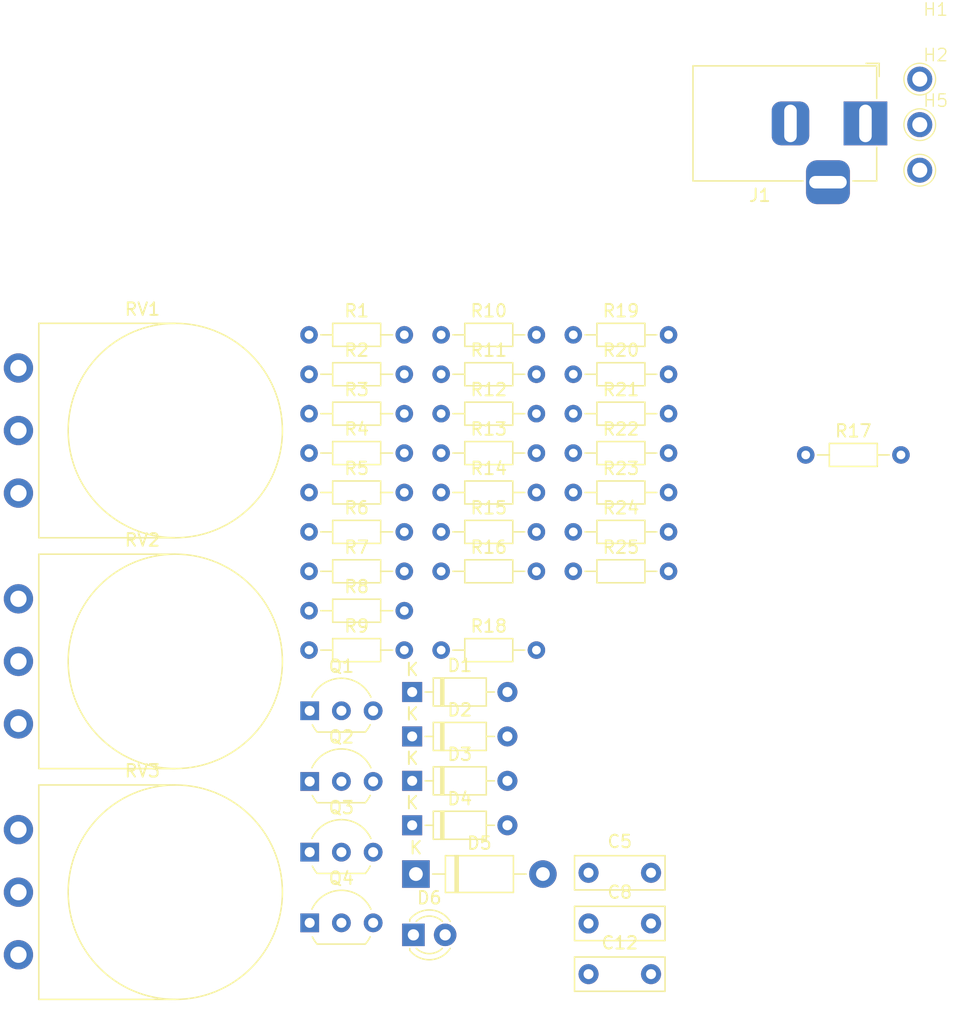
<source format=kicad_pcb>
(kicad_pcb (version 20240108) (generator "pcbnew") (generator_version "8.0")
  (layers (0 "F.Cu" signal) (31 "B.Cu" signal) (34 "B.Paste" user) (35 "F.Paste" user) (36 "B.SilkS" user "B.Silkscreen") (37 "F.SilkS" user "F.Silkscreen") (38 "B.Mask" user) (39 "F.Mask" user) (44 "Edge.Cuts" user))
  (net 0 "")
  (net 1 "Net-(D1-K)")
  (net 2 "Net-(Q2-C)")
  (net 3 "Net-(D3-K)")
  (net 4 "A")
  (net 5 "Net-(C12-Pad1)")
  (net 6 "Net-(Q4-B)")
  (net 7 "Net-(D1-A)")
  (net 8 "Net-(D3-A)")
  (net 9 "GND")
  (net 10 "+9v")
  (net 11 "Net-(D6-K)")
  (net 12 "Net-(D6-A)")
  (net 13 "Net-(Q1-C)")
  (net 14 "Net-(Q1-E)")
  (net 15 "Net-(Q1-B)")
  (net 16 "Net-(Q2-E)")
  (net 17 "Net-(Q3-E)")
  (net 18 "Net-(Q4-E)")
  (net 19 "Net-(Q4-C)")
  (net 20 "Net-(C15-Pad2)")
  (net 21 "Net-(H1-Pad1)")
  (net 22 "Net-(R6-Pad2)")
  (net 23 "Net-(C4-Pad1)")
  (net 24 "Net-(C7-Pad2)")
  (net 25 "Net-(C11-Pad2)")
  (net 26 "Net-(C10-Pad2)")
  (net 27 "Net-(C14-Pad1)")
  (net 28 "Net-(C4-Pad2)")
  (net 29 "Net-(C3-Pad2)")
  (net 30 "Net-(C13-Pad2)")
  (net 31 "Net-(H2-Pad1)")
  (footprint "Resistor_THT:R_Axial_DIN0204_L3.6mm_D1.6mm_P7.62mm_Horizontal" (layer "F.Cu") (at 105.21 44.05)
    (property "Reference" "R11" (at 3.81 -1.92 0) (layer "F.SilkS"))
    (property "Value" "100")
    (fp_line (start 0.94 0) (end 1.89 0) (stroke (width 0.12)) (layer "F.SilkS"))
    (fp_line (start 1.89 -0.92) (end 1.89 0.92) (stroke (width 0.12)) (layer "F.SilkS"))
    (fp_line (start 1.89 0.92) (end 5.73 0.92) (stroke (width 0.12)) (layer "F.SilkS"))
    (fp_line (start 5.73 -0.92) (end 1.89 -0.92) (stroke (width 0.12)) (layer "F.SilkS"))
    (fp_line (start 5.73 0.92) (end 5.73 -0.92) (stroke (width 0.12)) (layer "F.SilkS"))
    (fp_line (start 6.68 0) (end 5.73 0) (stroke (width 0.12)) (layer "F.SilkS"))
    (pad "1" thru_hole circle (at 0 0) (size 1.4 1.4) (drill 0.7) (layers "*.Cu" "*.Mask") (net 16 "Net-(Q2-E)"))
    (pad "2" thru_hole oval (at 7.62 0) (size 1.4 1.4) (drill 0.7) (layers "*.Cu" "*.Mask") (net 9 "GND"))
  )
  (footprint "Resistor_THT:R_Axial_DIN0204_L3.6mm_D1.6mm_P7.62mm_Horizontal" (layer "F.Cu") (at 115.78 44.05)
    (property "Reference" "R20" (at 3.81 -1.92 0) (layer "F.SilkS"))
    (property "Value" "390k")
    (fp_line (start 0.94 0) (end 1.89 0) (stroke (width 0.12)) (layer "F.SilkS"))
    (fp_line (start 1.89 -0.92) (end 1.89 0.92) (stroke (width 0.12)) (layer "F.SilkS"))
    (fp_line (start 1.89 0.92) (end 5.73 0.92) (stroke (width 0.12)) (layer "F.SilkS"))
    (fp_line (start 5.73 -0.92) (end 1.89 -0.92) (stroke (width 0.12)) (layer "F.SilkS"))
    (fp_line (start 5.73 0.92) (end 5.73 -0.92) (stroke (width 0.12)) (layer "F.SilkS"))
    (fp_line (start 6.68 0) (end 5.73 0) (stroke (width 0.12)) (layer "F.SilkS"))
    (pad "1" thru_hole circle (at 0 0) (size 1.4 1.4) (drill 0.7) (layers "*.Cu" "*.Mask") (net 6 "Net-(Q4-B)"))
    (pad "2" thru_hole oval (at 7.62 0) (size 1.4 1.4) (drill 0.7) (layers "*.Cu" "*.Mask") (net 10 "+9v"))
  )
  (footprint "Resistor_THT:R_Axial_DIN0204_L3.6mm_D1.6mm_P7.62mm_Horizontal" (layer "F.Cu") (at 105.21 59.8)
    (property "Reference" "R16" (at 3.81 -1.92 0) (layer "F.SilkS"))
    (property "Value" "100")
    (fp_line (start 0.94 0) (end 1.89 0) (stroke (width 0.12)) (layer "F.SilkS"))
    (fp_line (start 1.89 -0.92) (end 1.89 0.92) (stroke (width 0.12)) (layer "F.SilkS"))
    (fp_line (start 1.89 0.92) (end 5.73 0.92) (stroke (width 0.12)) (layer "F.SilkS"))
    (fp_line (start 5.73 -0.92) (end 1.89 -0.92) (stroke (width 0.12)) (layer "F.SilkS"))
    (fp_line (start 5.73 0.92) (end 5.73 -0.92) (stroke (width 0.12)) (layer "F.SilkS"))
    (fp_line (start 6.68 0) (end 5.73 0) (stroke (width 0.12)) (layer "F.SilkS"))
    (pad "1" thru_hole circle (at 0 0) (size 1.4 1.4) (drill 0.7) (layers "*.Cu" "*.Mask") (net 17 "Net-(Q3-E)"))
    (pad "2" thru_hole oval (at 7.62 0) (size 1.4 1.4) (drill 0.7) (layers "*.Cu" "*.Mask") (net 9 "GND"))
  )
  (footprint "MountingHole 2:MountingHole-1.2mm" (layer "F.Cu") (at 143.5 27.74)
    (property "Reference" "H5" (at 1.27 -5.564 0) (layer "F.SilkS") (effects (font (thickness 0.1))))
    (property "Value" "SW")
    (fp_circle (center 0 0) (end 0 -1.27) (stroke (width 0.1)) (fill none) (layer "F.SilkS"))
    (pad "1" thru_hole circle (at 0 0) (size 2 2) (drill 1.2) (layers "*.Cu" "*.Mask") (net 11 "Net-(D6-K)"))
  )
  (footprint "Connector_BarrelJack:BarrelJack_Horizontal" (layer "F.Cu") (at 139.155 24)
    (property "Reference" "J1" (at -8.45 5.75 0) (layer "F.SilkS"))
    (property "Value" "Barrel_Jack_MountingPin")
    (fp_line (start -13.8 -4.6) (end 0.9 -4.6) (stroke (width 0.12)) (layer "F.SilkS"))
    (fp_line (start -13.8 4.6) (end -13.8 -4.6) (stroke (width 0.12)) (layer "F.SilkS"))
    (fp_line (start -5 4.6) (end -13.8 4.6) (stroke (width 0.12)) (layer "F.SilkS"))
    (fp_line (start 0.05 -4.8) (end 1.1 -4.8) (stroke (width 0.12)) (layer "F.SilkS"))
    (fp_line (start 0.9 -4.6) (end 0.9 -2) (stroke (width 0.12)) (layer "F.SilkS"))
    (fp_line (start 0.9 1.9) (end 0.9 4.6) (stroke (width 0.12)) (layer "F.SilkS"))
    (fp_line (start 0.9 4.6) (end -1 4.6) (stroke (width 0.12)) (layer "F.SilkS"))
    (fp_line (start 1.1 -3.75) (end 1.1 -4.8) (stroke (width 0.12)) (layer "F.SilkS"))
    (pad "1" thru_hole rect (at 0 0) (size 3.5 3.5) (drill oval 1 3) (layers "*.Cu" "*.Mask") (net 10 "+9v"))
    (pad "2" thru_hole roundrect (at -6 0) (size 3 3.5) (drill oval 1 3) (layers "*.Cu" "*.Mask") (net 9 "GND"))
    (pad "3" thru_hole roundrect (at -3 4.7) (size 3.5 3.5) (drill oval 3 1) (layers "*.Cu" "*.Mask"))
  )
  (footprint "Resistor_THT:R_Axial_DIN0204_L3.6mm_D1.6mm_P7.62mm_Horizontal" (layer "F.Cu") (at 94.64 62.95)
    (property "Reference" "R8" (at 3.81 -1.92 0) (layer "F.SilkS"))
    (property "Value" "100k")
    (fp_line (start 0.94 0) (end 1.89 0) (stroke (width 0.12)) (layer "F.SilkS"))
    (fp_line (start 1.89 -0.92) (end 1.89 0.92) (stroke (width 0.12)) (layer "F.SilkS"))
    (fp_line (start 1.89 0.92) (end 5.73 0.92) (stroke (width 0.12)) (layer "F.SilkS"))
    (fp_line (start 5.73 -0.92) (end 1.89 -0.92) (stroke (width 0.12)) (layer "F.SilkS"))
    (fp_line (start 5.73 0.92) (end 5.73 -0.92) (stroke (width 0.12)) (layer "F.SilkS"))
    (fp_line (start 6.68 0) (end 5.73 0) (stroke (width 0.12)) (layer "F.SilkS"))
    (pad "1" thru_hole circle (at 0 0) (size 1.4 1.4) (drill 0.7) (layers "*.Cu" "*.Mask") (net 9 "GND"))
    (pad "2" thru_hole oval (at 7.62 0) (size 1.4 1.4) (drill 0.7) (layers "*.Cu" "*.Mask") (net 7 "Net-(D1-A)"))
  )
  (footprint "Resistor_THT:R_Axial_DIN0204_L3.6mm_D1.6mm_P7.62mm_Horizontal" (layer "F.Cu") (at 105.21 50.35)
    (property "Reference" "R13" (at 3.81 -1.92 0) (layer "F.SilkS"))
    (property "Value" "100k")
    (fp_line (start 0.94 0) (end 1.89 0) (stroke (width 0.12)) (layer "F.SilkS"))
    (fp_line (start 1.89 -0.92) (end 1.89 0.92) (stroke (width 0.12)) (layer "F.SilkS"))
    (fp_line (start 1.89 0.92) (end 5.73 0.92) (stroke (width 0.12)) (layer "F.SilkS"))
    (fp_line (start 5.73 -0.92) (end 1.89 -0.92) (stroke (width 0.12)) (layer "F.SilkS"))
    (fp_line (start 5.73 0.92) (end 5.73 -0.92) (stroke (width 0.12)) (layer "F.SilkS"))
    (fp_line (start 6.68 0) (end 5.73 0) (stroke (width 0.12)) (layer "F.SilkS"))
    (pad "1" thru_hole circle (at 0 0) (size 1.4 1.4) (drill 0.7) (layers "*.Cu" "*.Mask") (net 9 "GND"))
    (pad "2" thru_hole oval (at 7.62 0) (size 1.4 1.4) (drill 0.7) (layers "*.Cu" "*.Mask") (net 8 "Net-(D3-A)"))
  )
  (footprint "Resistor_THT:R_Axial_DIN0204_L3.6mm_D1.6mm_P7.62mm_Horizontal" (layer "F.Cu") (at 94.64 56.65)
    (property "Reference" "R6" (at 3.81 -1.92 0) (layer "F.SilkS"))
    (property "Value" "1k")
    (fp_line (start 0.94 0) (end 1.89 0) (stroke (width 0.12)) (layer "F.SilkS"))
    (fp_line (start 1.89 -0.92) (end 1.89 0.92) (stroke (width 0.12)) (layer "F.SilkS"))
    (fp_line (start 1.89 0.92) (end 5.73 0.92) (stroke (width 0.12)) (layer "F.SilkS"))
    (fp_line (start 5.73 -0.92) (end 1.89 -0.92) (stroke (width 0.12)) (layer "F.SilkS"))
    (fp_line (start 5.73 0.92) (end 5.73 -0.92) (stroke (width 0.12)) (layer "F.SilkS"))
    (fp_line (start 6.68 0) (end 5.73 0) (stroke (width 0.12)) (layer "F.SilkS"))
    (pad "1" thru_hole circle (at 0 0) (size 1.4 1.4) (drill 0.7) (layers "*.Cu" "*.Mask") (net 9 "GND"))
    (pad "2" thru_hole oval (at 7.62 0) (size 1.4 1.4) (drill 0.7) (layers "*.Cu" "*.Mask") (net 22 "Net-(R6-Pad2)"))
  )
  (footprint "Resistor_THT:R_Axial_DIN0204_L3.6mm_D1.6mm_P7.62mm_Horizontal" (layer "F.Cu") (at 94.64 50.35)
    (property "Reference" "R4" (at 3.81 -1.92 0) (layer "F.SilkS"))
    (property "Value" "15k")
    (fp_line (start 0.94 0) (end 1.89 0) (stroke (width 0.12)) (layer "F.SilkS"))
    (fp_line (start 1.89 -0.92) (end 1.89 0.92) (stroke (width 0.12)) (layer "F.SilkS"))
    (fp_line (start 1.89 0.92) (end 5.73 0.92) (stroke (width 0.12)) (layer "F.SilkS"))
    (fp_line (start 5.73 -0.92) (end 1.89 -0.92) (stroke (width 0.12)) (layer "F.SilkS"))
    (fp_line (start 5.73 0.92) (end 5.73 -0.92) (stroke (width 0.12)) (layer "F.SilkS"))
    (fp_line (start 6.68 0) (end 5.73 0) (stroke (width 0.12)) (layer "F.SilkS"))
    (pad "1" thru_hole circle (at 0 0) (size 1.4 1.4) (drill 0.7) (layers "*.Cu" "*.Mask") (net 13 "Net-(Q1-C)"))
    (pad "2" thru_hole oval (at 7.62 0) (size 1.4 1.4) (drill 0.7) (layers "*.Cu" "*.Mask") (net 10 "+9v"))
  )
  (footprint "MountingHole 2:MountingHole-1.2mm" (layer "F.Cu") (at 143.5 20.46)
    (property "Reference" "H1" (at 1.27 -5.564 0) (layer "F.SilkS") (effects (font (thickness 0.1))))
    (property "Value" "IN")
    (fp_circle (center 0 0) (end 0 -1.27) (stroke (width 0.1)) (fill none) (layer "F.SilkS"))
    (pad "1" thru_hole circle (at 0 0) (size 2 2) (drill 1.2) (layers "*.Cu" "*.Mask") (net 21 "Net-(H1-Pad1)"))
  )
  (footprint "Package_TO_SOT_THT:TO-92L_Inline_Wide" (layer "F.Cu") (at 94.69 87.9)
    (property "Reference" "Q4" (at 2.54 -3.56 0) (layer "F.SilkS"))
    (property "Value" "NPN")
    (fp_line (start 0.6 1.7) (end 4.45 1.7) (stroke (width 0.12)) (layer "F.SilkS"))
    (fp_arc (start 0.1836 -1.098807) (mid 1.143021 -2.192817) (end 2.54 -2.6) (stroke (width 0.12)) (layer "F.SilkS"))
    (fp_arc (start 0.6 1.7) (mid 0.389183 1.423933) (end 0.217369 1.122045) (stroke (width 0.12)) (layer "F.SilkS"))
    (fp_arc (start 2.54 -2.6) (mid 3.936979 -2.192818) (end 4.8964 -1.098807) (stroke (width 0.12)) (layer "F.SilkS"))
    (fp_arc (start 4.842383 1.112264) (mid 4.666594 1.419753) (end 4.45 1.7) (stroke (width 0.12)) (layer "F.SilkS"))
    (pad "1" thru_hole rect (at 0 0) (size 1.5 1.5) (drill 0.8) (layers "*.Cu" "*.Mask") (net 19 "Net-(Q4-C)"))
    (pad "2" thru_hole circle (at 2.54 0) (size 1.5 1.5) (drill 0.8) (layers "*.Cu" "*.Mask") (net 6 "Net-(Q4-B)"))
    (pad "3" thru_hole circle (at 5.08 0) (size 1.5 1.5) (drill 0.8) (layers "*.Cu" "*.Mask") (net 18 "Net-(Q4-E)"))
  )
  (footprint "Diode_THT:D_DO-35_SOD27_P7.62mm_Horizontal" (layer "F.Cu") (at 102.89 69.45)
    (property "Reference" "D1" (at 3.81 -2.12 0) (layer "F.SilkS"))
    (property "Value" "1N914")
    (fp_line (start 1.04 0) (end 1.69 0) (stroke (width 0.12)) (layer "F.SilkS"))
    (fp_line (start 1.69 -1.12) (end 1.69 1.12) (stroke (width 0.12)) (layer "F.SilkS"))
    (fp_line (start 1.69 1.12) (end 5.93 1.12) (stroke (width 0.12)) (layer "F.SilkS"))
    (fp_line (start 2.29 -1.12) (end 2.29 1.12) (stroke (width 0.12)) (layer "F.SilkS"))
    (fp_line (start 2.41 -1.12) (end 2.41 1.12) (stroke (width 0.12)) (layer "F.SilkS"))
    (fp_line (start 2.53 -1.12) (end 2.53 1.12) (stroke (width 0.12)) (layer "F.SilkS"))
    (fp_line (start 5.93 -1.12) (end 1.69 -1.12) (stroke (width 0.12)) (layer "F.SilkS"))
    (fp_line (start 5.93 1.12) (end 5.93 -1.12) (stroke (width 0.12)) (layer "F.SilkS"))
    (fp_line (start 6.58 0) (end 5.93 0) (stroke (width 0.12)) (layer "F.SilkS"))
    (fp_text user "K" (at 0 -1.8 0) (layer "F.SilkS"))
    (pad "1" thru_hole rect (at 0 0) (size 1.6 1.6) (drill 0.8) (layers "*.Cu" "*.Mask") (net 1 "Net-(D1-K)"))
    (pad "2" thru_hole oval (at 7.62 0) (size 1.6 1.6) (drill 0.8) (layers "*.Cu" "*.Mask") (net 7 "Net-(D1-A)"))
  )
  (footprint "Resistor_THT:R_Axial_DIN0204_L3.6mm_D1.6mm_P7.62mm_Horizontal" (layer "F.Cu") (at 115.78 56.65)
    (property "Reference" "R24" (at 3.81 -1.92 0) (layer "F.SilkS"))
    (property "Value" "100K")
    (fp_line (start 0.94 0) (end 1.89 0) (stroke (width 0.12)) (layer "F.SilkS"))
    (fp_line (start 1.89 -0.92) (end 1.89 0.92) (stroke (width 0.12)) (layer "F.SilkS"))
    (fp_line (start 1.89 0.92) (end 5.73 0.92) (stroke (width 0.12)) (layer "F.SilkS"))
    (fp_line (start 5.73 -0.92) (end 1.89 -0.92) (stroke (width 0.12)) (layer "F.SilkS"))
    (fp_line (start 5.73 0.92) (end 5.73 -0.92) (stroke (width 0.12)) (layer "F.SilkS"))
    (fp_line (start 6.68 0) (end 5.73 0) (stroke (width 0.12)) (layer "F.SilkS"))
    (pad "1" thru_hole circle (at 0 0) (size 1.4 1.4) (drill 0.7) (layers "*.Cu" "*.Mask") (net 27 "Net-(C14-Pad1)"))
    (pad "2" thru_hole oval (at 7.62 0) (size 1.4 1.4) (drill 0.7) (layers "*.Cu" "*.Mask") (net 10 "+9v"))
  )
  (footprint "Resistor_THT:R_Axial_DIN0204_L3.6mm_D1.6mm_P7.62mm_Horizontal" (layer "F.Cu") (at 115.78 53.5)
    (property "Reference" "R23" (at 3.81 -1.92 0) (layer "F.SilkS"))
    (property "Value" "1Mega")
    (fp_line (start 0.94 0) (end 1.89 0) (stroke (width 0.12)) (layer "F.SilkS"))
    (fp_line (start 1.89 -0.92) (end 1.89 0.92) (stroke (width 0.12)) (layer "F.SilkS"))
    (fp_line (start 1.89 0.92) (end 5.73 0.92) (stroke (width 0.12)) (layer "F.SilkS"))
    (fp_line (start 5.73 -0.92) (end 1.89 -0.92) (stroke (width 0.12)) (layer "F.SilkS"))
    (fp_line (start 5.73 0.92) (end 5.73 -0.92) (stroke (width 0.12)) (layer "F.SilkS"))
    (fp_line (start 6.68 0) (end 5.73 0) (stroke (width 0.12)) (layer "F.SilkS"))
    (pad "1" thru_hole circle (at 0 0) (size 1.4 1.4) (drill 0.7) (layers "*.Cu" "*.Mask") (net 9 "GND"))
    (pad "2" thru_hole oval (at 7.62 0) (size 1.4 1.4) (drill 0.7) (layers "*.Cu" "*.Mask") (net 21 "Net-(H1-Pad1)"))
  )
  (footprint "Resistor_THT:R_Axial_DIN0204_L3.6mm_D1.6mm_P7.62mm_Horizontal" (layer "F.Cu") (at 115.78 50.35)
    (property "Reference" "R22" (at 3.81 -1.92 0) (layer "F.SilkS"))
    (property "Value" "2.2k")
    (fp_line (start 0.94 0) (end 1.89 0) (stroke (width 0.12)) (layer "F.SilkS"))
    (fp_line (start 1.89 -0.92) (end 1.89 0.92) (stroke (width 0.12)) (layer "F.SilkS"))
    (fp_line (start 1.89 0.92) (end 5.73 0.92) (stroke (width 0.12)) (layer "F.SilkS"))
    (fp_line (start 5.73 -0.92) (end 1.89 -0.92) (stroke (width 0.12)) (layer "F.SilkS"))
    (fp_line (start 5.73 0.92) (end 5.73 -0.92) (stroke (width 0.12)) (layer "F.SilkS"))
    (fp_line (start 6.68 0) (end 5.73 0) (stroke (width 0.12)) (layer "F.SilkS"))
    (pad "1" thru_hole circle (at 0 0) (size 1.4 1.4) (drill 0.7) (layers "*.Cu" "*.Mask") (net 9 "GND"))
    (pad "2" thru_hole oval (at 7.62 0) (size 1.4 1.4) (drill 0.7) (layers "*.Cu" "*.Mask") (net 18 "Net-(Q4-E)"))
  )
  (footprint "Potentiometer 2:Potentiometer_Omeg_PC16BU_Vertical_Edit" (layer "F.Cu") (at 71.39 53.55)
    (property "Reference" "RV1" (at 9.915 -14.7 0) (layer "F.SilkS"))
    (property "Value" "100k")
    (fp_line (start 1.63 -13.57) (end 1.63 3.57) (stroke (width 0.12)) (layer "F.SilkS"))
    (fp_line (start 1.63 -13.57) (end 12.55 -13.57) (stroke (width 0.12)) (layer "F.SilkS"))
    (fp_line (start 1.63 3.57) (end 12.55 3.57) (stroke (width 0.12)) (layer "F.SilkS"))
    (fp_circle (center 12.55 -5) (end 21.12 -5) (stroke (width 0.12)) (fill none) (layer "F.SilkS"))
    (pad "1" thru_hole circle (at 0 -10) (size 2.34 2.34) (drill 1.3) (layers "*.Cu" "*.Mask") (net 29 "Net-(C3-Pad2)"))
    (pad "2" thru_hole circle (at 0 -5) (size 2.34 2.34) (drill 1.3) (layers "*.Cu" "*.Mask") (net 28 "Net-(C4-Pad2)"))
    (pad "3" thru_hole circle (at 0 0) (size 2.34 2.34) (drill 1.3) (layers "*.Cu" "*.Mask") (net 22 "Net-(R6-Pad2)"))
  )
  (footprint "Package_TO_SOT_THT:TO-92L_Inline_Wide" (layer "F.Cu") (at 94.69 76.6)
    (property "Reference" "Q2" (at 2.54 -3.56 0) (layer "F.SilkS"))
    (property "Value" "NPN")
    (fp_line (start 0.6 1.7) (end 4.45 1.7) (stroke (width 0.12)) (layer "F.SilkS"))
    (fp_arc (start 0.1836 -1.098807) (mid 1.143021 -2.192817) (end 2.54 -2.6) (stroke (width 0.12)) (layer "F.SilkS"))
    (fp_arc (start 0.6 1.7) (mid 0.389183 1.423933) (end 0.217369 1.122045) (stroke (width 0.12)) (layer "F.SilkS"))
    (fp_arc (start 2.54 -2.6) (mid 3.936979 -2.192818) (end 4.8964 -1.098807) (stroke (width 0.12)) (layer "F.SilkS"))
    (fp_arc (start 4.842383 1.112264) (mid 4.666594 1.419753) (end 4.45 1.7) (stroke (width 0.12)) (layer "F.SilkS"))
    (pad "1" thru_hole rect (at 0 0) (size 1.5 1.5) (drill 0.8) (layers "*.Cu" "*.Mask") (net 2 "Net-(Q2-C)"))
    (pad "2" thru_hole circle (at 2.54 0) (size 1.5 1.5) (drill 0.8) (layers "*.Cu" "*.Mask") (net 7 "Net-(D1-A)"))
    (pad "3" thru_hole circle (at 5.08 0) (size 1.5 1.5) (drill 0.8) (layers "*.Cu" "*.Mask") (net 16 "Net-(Q2-E)"))
  )
  (footprint "Capacitor_THT:C_Rect_L7.0mm_W2.5mm_P5.00mm" (layer "F.Cu") (at 117 83.9)
    (property "Reference" "C5" (at 2.5 -2.5 0) (layer "F.SilkS"))
    (property "Value" "0.1u")
    (fp_line (start -1.12 -1.37) (end -1.12 1.37) (stroke (width 0.12)) (layer "F.SilkS"))
    (fp_line (start -1.12 -1.37) (end 6.12 -1.37) (stroke (width 0.12)) (layer "F.SilkS"))
    (fp_line (start -1.12 1.37) (end 6.12 1.37) (stroke (width 0.12)) (layer "F.SilkS"))
    (fp_line (start 6.12 -1.37) (end 6.12 1.37) (stroke (width 0.12)) (layer "F.SilkS"))
    (pad "1" thru_hole circle (at 0 0) (size 1.6 1.6) (drill 0.8) (layers "*.Cu" "*.Mask") (net 1 "Net-(D1-K)"))
    (pad "2" thru_hole circle (at 5 0) (size 1.6 1.6) (drill 0.8) (layers "*.Cu" "*.Mask") (net 2 "Net-(Q2-C)"))
  )
  (footprint "Package_TO_SOT_THT:TO-92L_Inline_Wide" (layer "F.Cu") (at 94.69 82.25)
    (property "Reference" "Q3" (at 2.54 -3.56 0) (layer "F.SilkS"))
    (property "Value" "NPN")
    (fp_line (start 0.6 1.7) (end 4.45 1.7) (stroke (width 0.12)) (layer "F.SilkS"))
    (fp_arc (start 0.1836 -1.098807) (mid 1.143021 -2.192817) (end 2.54 -2.6) (stroke (width 0.12)) (layer "F.SilkS"))
    (fp_arc (start 0.6 1.7) (mid 0.389183 1.423933) (end 0.217369 1.122045) (stroke (width 0.12)) (layer "F.SilkS"))
    (fp_arc (start 2.54 -2.6) (mid 3.936979 -2.192818) (end 4.8964 -1.098807) (stroke (width 0.12)) (layer "F.SilkS"))
    (fp_arc (start 4.842383 1.112264) (mid 4.666594 1.419753) (end 4.45 1.7) (stroke (width 0.12)) (layer "F.SilkS"))
    (pad "1" thru_hole rect (at 0 0) (size 1.5 1.5) (drill 0.8) (layers "*.Cu" "*.Mask") (net 4 "A"))
    (pad "2" thru_hole circle (at 2.54 0) (size 1.5 1.5) (drill 0.8) (layers "*.Cu" "*.Mask") (net 8 "Net-(D3-A)"))
    (pad "3" thru_hole circle (at 5.08 0) (size 1.5 1.5) (drill 0.8) (layers "*.Cu" "*.Mask") (net 17 "Net-(Q3-E)"))
  )
  (footprint "Resistor_THT:R_Axial_DIN0204_L3.6mm_D1.6mm_P7.62mm_Horizontal" (layer "F.Cu") (at 94.64 53.5)
    (property "Reference" "R5" (at 3.81 -1.92 0) (layer "F.SilkS"))
    (property "Value" "100")
    (fp_line (start 0.94 0) (end 1.89 0) (stroke (width 0.12)) (layer "F.SilkS"))
    (fp_line (start 1.89 -0.92) (end 1.89 0.92) (stroke (width 0.12)) (layer "F.SilkS"))
    (fp_line (start 1.89 0.92) (end 5.73 0.92) (stroke (width 0.12)) (layer "F.SilkS"))
    (fp_line (start 5.73 -0.92) (end 1.89 -0.92) (stroke (width 0.12)) (layer "F.SilkS"))
    (fp_line (start 5.73 0.92) (end 5.73 -0.92) (stroke (width 0.12)) (layer "F.SilkS"))
    (fp_line (start 6.68 0) (end 5.73 0) (stroke (width 0.12)) (layer "F.SilkS"))
    (pad "1" thru_hole circle (at 0 0) (size 1.4 1.4) (drill 0.7) (layers "*.Cu" "*.Mask") (net 9 "GND"))
    (pad "2" thru_hole oval (at 7.62 0) (size 1.4 1.4) (drill 0.7) (layers "*.Cu" "*.Mask") (net 14 "Net-(Q1-E)"))
  )
  (footprint "Resistor_THT:R_Axial_DIN0204_L3.6mm_D1.6mm_P7.62mm_Horizontal" (layer "F.Cu") (at 134.375 50.5)
    (property "Reference" "R17" (at 3.81 -1.92 0) (layer "F.SilkS"))
    (property "Value" "39k")
    (fp_line (start 0.94 0) (end 1.89 0) (stroke (width 0.12)) (layer "F.SilkS"))
    (fp_line (start 1.89 -0.92) (end 1.89 0.92) (stroke (width 0.12)) (layer "F.SilkS"))
    (fp_line (start 1.89 0.92) (end 5.73 0.92) (stroke (width 0.12)) (layer "F.SilkS"))
    (fp_line (start 5.73 -0.92) (end 1.89 -0.92) (stroke (width 0.12)) (layer "F.SilkS"))
    (fp_line (start 5.73 0.92) (end 5.73 -0.92) (stroke (width 0.12)) (layer "F.SilkS"))
    (fp_line (start 6.68 0) (end 5.73 0) (stroke (width 0.12)) (layer "F.SilkS"))
    (pad "1" thru_hole circle (at 0 0) (size 1.4 1.4) (drill 0.7) (layers "*.Cu" "*.Mask") (net 4 "A"))
    (pad "2" thru_hole oval (at 7.62 0) (size 1.4 1.4) (drill 0.7) (layers "*.Cu" "*.Mask") (net 25 "Net-(C11-Pad2)"))
  )
  (footprint "Resistor_THT:R_Axial_DIN0204_L3.6mm_D1.6mm_P7.62mm_Horizontal" (layer "F.Cu") (at 94.64 47.2)
    (property "Reference" "R3" (at 3.81 -1.92 0) (layer "F.SilkS"))
    (property "Value" "470k")
    (fp_line (start 0.94 0) (end 1.89 0) (stroke (width 0.12)) (layer "F.SilkS"))
    (fp_line (start 1.89 -0.92) (end 1.89 0.92) (stroke (width 0.12)) (layer "F.SilkS"))
    (fp_line (start 1.89 0.92) (end 5.73 0.92) (stroke (width 0.12)) (layer "F.SilkS"))
    (fp_line (start 5.73 -0.92) (end 1.89 -0.92) (stroke (width 0.12)) (layer "F.SilkS"))
    (fp_line (start 5.73 0.92) (end 5.73 -0.92) (stroke (width 0.12)) (layer "F.SilkS"))
    (fp_line (start 6.68 0) (end 5.73 0) (stroke (width 0.12)) (layer "F.SilkS"))
    (pad "1" thru_hole circle (at 0 0) (size 1.4 1.4) (drill 0.7) (layers "*.Cu" "*.Mask") (net 15 "Net-(Q1-B)"))
    (pad "2" thru_hole oval (at 7.62 0) (size 1.4 1.4) (drill 0.7) (layers "*.Cu" "*.Mask") (net 13 "Net-(Q1-C)"))
  )
  (footprint "Resistor_THT:R_Axial_DIN0204_L3.6mm_D1.6mm_P7.62mm_Horizontal" (layer "F.Cu") (at 94.64 59.8)
    (property "Reference" "R7" (at 3.81 -1.92 0) (layer "F.SilkS"))
    (property "Value" "8.2k")
    (fp_line (start 0.94 0) (end 1.89 0) (stroke (width 0.12)) (layer "F.SilkS"))
    (fp_line (start 1.89 -0.92) (end 1.89 0.92) (stroke (width 0.12)) (layer "F.SilkS"))
    (fp_line (start 1.89 0.92) (end 5.73 0.92) (stroke (width 0.12)) (layer "F.SilkS"))
    (fp_line (start 5.73 -0.92) (end 1.89 -0.92) (stroke (width 0.12)) (layer "F.SilkS"))
    (fp_line (start 5.73 0.92) (end 5.73 -0.92) (stroke (width 0.12)) (layer "F.SilkS"))
    (fp_line (start 6.68 0) (end 5.73 0) (stroke (width 0.12)) (layer "F.SilkS"))
    (pad "1" thru_hole circle (at 0 0) (size 1.4 1.4) (drill 0.7) (layers "*.Cu" "*.Mask") (net 23 "Net-(C4-Pad1)"))
    (pad "2" thru_hole oval (at 7.62 0) (size 1.4 1.4) (drill 0.7) (layers "*.Cu" "*.Mask") (net 7 "Net-(D1-A)"))
  )
  (footprint "Potentiometer 2:Potentiometer_Omeg_PC16BU_Vertical_Edit" (layer "F.Cu") (at 71.39 72)
    (property "Reference" "RV2" (at 9.915 -14.7 0) (layer "F.SilkS"))
    (property "Value" "100k")
    (fp_line (start 1.63 -13.57) (end 1.63 3.57) (stroke (width 0.12)) (layer "F.SilkS"))
    (fp_line (start 1.63 -13.57) (end 12.55 -13.57) (stroke (width 0.12)) (layer "F.SilkS"))
    (fp_line (start 1.63 3.57) (end 12.55 3.57) (stroke (width 0.12)) (layer "F.SilkS"))
    (fp_circle (center 12.55 -5) (end 21.12 -5) (stroke (width 0.12)) (fill none) (layer "F.SilkS"))
    (pad "1" thru_hole circle (at 0 -10) (size 2.34 2.34) (drill 1.3) (layers "*.Cu" "*.Mask") (net 26 "Net-(C10-Pad2)"))
    (pad "2" thru_hole circle (at 0 -5) (size 2.34 2.34) (drill 1.3) (layers "*.Cu" "*.Mask") (net 5 "Net-(C12-Pad1)"))
    (pad "3" thru_hole circle (at 0 0) (size 2.34 2.34) (drill 1.3) (layers "*.Cu" "*.Mask") (net 25 "Net-(C11-Pad2)"))
  )
  (footprint "Package_TO_SOT_THT:TO-92L_Inline_Wide" (layer "F.Cu") (at 94.69 70.95)
    (property "Reference" "Q1" (at 2.54 -3.56 0) (layer "F.SilkS"))
    (property "Value" "NPN")
    (fp_line (start 0.6 1.7) (end 4.45 1.7) (stroke (width 0.12)) (layer "F.SilkS"))
    (fp_arc (start 0.1836 -1.098807) (mid 1.143021 -2.192817) (end 2.54 -2.6) (stroke (width 0.12)) (layer "F.SilkS"))
    (fp_arc (start 0.6 1.7) (mid 0.389183 1.423933) (end 0.217369 1.122045) (stroke (width 0.12)) (layer "F.SilkS"))
    (fp_arc (start 2.54 -2.6) (mid 3.936979 -2.192818) (end 4.8964 -1.098807) (stroke (width 0.12)) (layer "F.SilkS"))
    (fp_arc (start 4.842383 1.112264) (mid 4.666594 1.419753) (end 4.45 1.7) (stroke (width 0.12)) (layer "F.SilkS"))
    (pad "1" thru_hole rect (at 0 0) (size 1.5 1.5) (drill 0.8) (layers "*.Cu" "*.Mask") (net 13 "Net-(Q1-C)"))
    (pad "2" thru_hole circle (at 2.54 0) (size 1.5 1.5) (drill 0.8) (layers "*.Cu" "*.Mask") (net 15 "Net-(Q1-B)"))
    (pad "3" thru_hole circle (at 5.08 0) (size 1.5 1.5) (drill 0.8) (layers "*.Cu" "*.Mask") (net 14 "Net-(Q1-E)"))
  )
  (footprint "Resistor_THT:R_Axial_DIN0204_L3.6mm_D1.6mm_P7.62mm_Horizontal" (layer "F.Cu") (at 94.64 44.05)
    (property "Reference" "R2" (at 3.81 -1.92 0) (layer "F.SilkS"))
    (property "Value" "100k")
    (fp_line (start 0.94 0) (end 1.89 0) (stroke (width 0.12)) (layer "F.SilkS"))
    (fp_line (start 1.89 -0.92) (end 1.89 0.92) (stroke (width 0.12)) (layer "F.SilkS"))
    (fp_line (start 1.89 0.92) (end 5.73 0.92) (stroke (width 0.12)) (layer "F.SilkS"))
    (fp_line (start 5.73 -0.92) (end 1.89 -0.92) (stroke (width 0.12)) (layer "F.SilkS"))
    (fp_line (start 5.73 0.92) (end 5.73 -0.92) (stroke (width 0.12)) (layer "F.SilkS"))
    (fp_line (start 6.68 0) (end 5.73 0) (stroke (width 0.12)) (layer "F.SilkS"))
    (pad "1" thru_hole circle (at 0 0) (size 1.4 1.4) (drill 0.7) (layers "*.Cu" "*.Mask") (net 15 "Net-(Q1-B)"))
    (pad "2" thru_hole oval (at 7.62 0) (size 1.4 1.4) (drill 0.7) (layers "*.Cu" "*.Mask") (net 9 "GND"))
  )
  (footprint "Capacitor_THT:C_Rect_L7.0mm_W2.5mm_P5.00mm" (layer "F.Cu") (at 117 87.95)
    (property "Reference" "C8" (at 2.5 -2.5 0) (layer "F.SilkS"))
    (property "Value" "0.1u")
    (fp_line (start -1.12 -1.37) (end -1.12 1.37) (stroke (width 0.12)) (layer "F.SilkS"))
    (fp_line (start -1.12 -1.37) (end 6.12 -1.37) (stroke (width 0.12)) (layer "F.SilkS"))
    (fp_line (start -1.12 1.37) (end 6.12 1.37) (stroke (width 0.12)) (layer "F.SilkS"))
    (fp_line (start 6.12 -1.37) (end 6.12 1.37) (stroke (width 0.12)) (layer "F.SilkS"))
    (pad "1" thru_hole circle (at 0 0) (size 1.6 1.6) (drill 0.8) (layers "*.Cu" "*.Mask") (net 3 "Net-(D3-K)"))
    (pad "2" thru_hole circle (at 5 0) (size 1.6 1.6) (drill 0.8) (layers "*.Cu" "*.Mask") (net 4 "A"))
  )
  (footprint "Diode_THT:D_DO-35_SOD27_P7.62mm_Horizontal" (layer "F.Cu") (at 102.89 73)
    (property "Reference" "D2" (at 3.81 -2.12 0) (layer "F.SilkS"))
    (property "Value" "1N914")
    (fp_line (start 1.04 0) (end 1.69 0) (stroke (width 0.12)) (layer "F.SilkS"))
    (fp_line (start 1.69 -1.12) (end 1.69 1.12) (stroke (width 0.12)) (layer "F.SilkS"))
    (fp_line (start 1.69 1.12) (end 5.93 1.12) (stroke (width 0.12)) (layer "F.SilkS"))
    (fp_line (start 2.29 -1.12) (end 2.29 1.12) (stroke (width 0.12)) (layer "F.SilkS"))
    (fp_line (start 2.41 -1.12) (end 2.41 1.12) (stroke (width 0.12)) (layer "F.SilkS"))
    (fp_line (start 2.53 -1.12) (end 2.53 1.12) (stroke (width 0.12)) (layer "F.SilkS"))
    (fp_line (start 5.93 -1.12) (end 1.69 -1.12) (stroke (width 0.12)) (layer "F.SilkS"))
    (fp_line (start 5.93 1.12) (end 5.93 -1.12) (stroke (width 0.12)) (layer "F.SilkS"))
    (fp_line (start 6.58 0) (end 5.93 0) (stroke (width 0.12)) (layer "F.SilkS"))
    (fp_text user "K" (at 0 -1.8 0) (layer "F.SilkS"))
    (pad "1" thru_hole rect (at 0 0) (size 1.6 1.6) (drill 0.8) (layers "*.Cu" "*.Mask") (net 7 "Net-(D1-A)"))
    (pad "2" thru_hole oval (at 7.62 0) (size 1.6 1.6) (drill 0.8) (layers "*.Cu" "*.Mask") (net 1 "Net-(D1-K)"))
  )
  (footprint "Capacitor_THT:C_Rect_L7.0mm_W2.5mm_P5.00mm" (layer "F.Cu") (at 117 92)
    (property "Reference" "C12" (at 2.5 -2.5 0) (layer "F.SilkS"))
    (property "Value" "0.1u")
    (fp_line (start -1.12 -1.37) (end -1.12 1.37) (stroke (width 0.12)) (layer "F.SilkS"))
    (fp_line (start -1.12 -1.37) (end 6.12 -1.37) (stroke (width 0.12)) (layer "F.SilkS"))
    (fp_line (start -1.12 1.37) (end 6.12 1.37) (stroke (width 0.12)) (layer "F.SilkS"))
    (fp_line (start 6.12 -1.37) (end 6.12 1.37) (stroke (width 0.12)) (layer "F.SilkS"))
    (pad "1" thru_hole circle (at 0 0) (size 1.6 1.6) (drill 0.8) (layers "*.Cu" "*.Mask") (net 5 "Net-(C12-Pad1)"))
    (pad "2" thru_hole circle (at 5 0) (size 1.6 1.6) (drill 0.8) (layers "*.Cu" "*.Mask") (net 6 "Net-(Q4-B)"))
  )
  (footprint "Resistor_THT:R_Axial_DIN0204_L3.6mm_D1.6mm_P7.62mm_Horizontal" (layer "F.Cu") (at 115.78 47.2)
    (property "Reference" "R21" (at 3.81 -1.92 0) (layer "F.SilkS"))
    (property "Value" "10k")
    (fp_line (start 0.94 0) (end 1.89 0) (stroke (width 0.12)) (layer "F.SilkS"))
    (fp_line (start 1.89 -0.92) (end 1.89 0.92) (stroke (width 0.12)) (layer "F.SilkS"))
    (fp_line (start 1.89 0.92) (end 5.73 0.92) (stroke (width 0.12)) (layer "F.SilkS"))
    (fp_line (start 5.73 -0.92) (end 1.89 -0.92) (stroke (width 0.12)) (layer "F.SilkS"))
    (fp_line (start 5.73 0.92) (end 5.73 -0.92) (stroke (width 0.12)) (layer "F.SilkS"))
    (fp_line (start 6.68 0) (end 5.73 0) (stroke (width 0.12)) (layer "F.SilkS"))
    (pad "1" thru_hole circle (at 0 0) (size 1.4 1.4) (drill 0.7) (layers "*.Cu" "*.Mask") (net 19 "Net-(Q4-C)"))
    (pad "2" thru_hole oval (at 7.62 0) (size 1.4 1.4) (drill 0.7) (layers "*.Cu" "*.Mask") (net 10 "+9v"))
  )
  (footprint "Potentiometer 2:Potentiometer_Omeg_PC16BU_Vertical_Edit" (layer "F.Cu") (at 71.39 90.45)
    (property "Reference" "RV3" (at 9.915 -14.7 0) (layer "F.SilkS"))
    (property "Value" "100k")
    (fp_line (start 1.63 -13.57) (end 1.63 3.57) (stroke (width 0.12)) (layer "F.SilkS"))
    (fp_line (start 1.63 -13.57) (end 12.55 -13.57) (stroke (width 0.12)) (layer "F.SilkS"))
    (fp_line (start 1.63 3.57) (end 12.55 3.57) (stroke (width 0.12)) (layer "F.SilkS"))
    (fp_circle (center 12.55 -5) (end 21.12 -5) (stroke (width 0.12)) (fill none) (layer "F.SilkS"))
    (pad "1" thru_hole circle (at 0 -10) (size 2.34 2.34) (drill 1.3) (layers "*.Cu" "*.Mask") (net 30 "Net-(C13-Pad2)"))
    (pad "2" thru_hole circle (at 0 -5) (size 2.34 2.34) (drill 1.3) (layers "*.Cu" "*.Mask") (net 31 "Net-(H2-Pad1)"))
    (pad "3" thru_hole circle (at 0 0) (size 2.34 2.34) (drill 1.3) (layers "*.Cu" "*.Mask") (net 9 "GND"))
  )
  (footprint "MountingHole 2:MountingHole-1.2mm" (layer "F.Cu") (at 143.5 24.1)
    (property "Reference" "H2" (at 1.27 -5.564 0) (layer "F.SilkS") (effects (font (thickness 0.1))))
    (property "Value" "OUT")
    (fp_circle (center 0 0) (end 0 -1.27) (stroke (width 0.1)) (fill none) (layer "F.SilkS"))
    (pad "1" thru_hole circle (at 0 0) (size 2 2) (drill 1.2) (layers "*.Cu" "*.Mask") (net 31 "Net-(H2-Pad1)"))
  )
  (footprint "Resistor_THT:R_Axial_DIN0204_L3.6mm_D1.6mm_P7.62mm_Horizontal" (layer "F.Cu") (at 105.21 66.1)
    (property "Reference" "R18" (at 3.81 -1.92 0) (layer "F.SilkS"))
    (property "Value" "100k")
    (fp_line (start 0.94 0) (end 1.89 0) (stroke (width 0.12)) (layer "F.SilkS"))
    (fp_line (start 1.89 -0.92) (end 1.89 0.92) (stroke (width 0.12)) (layer "F.SilkS"))
    (fp_line (start 1.89 0.92) (end 5.73 0.92) (stroke (width 0.12)) (layer "F.SilkS"))
    (fp_line (start 5.73 -0.92) (end 1.89 -0.92) (stroke (width 0.12)) (layer "F.SilkS"))
    (fp_line (start 5.73 0.92) (end 5.73 -0.92) (stroke (width 0.12)) (layer "F.SilkS"))
    (fp_line (start 6.68 0) (end 5.73 0) (stroke (width 0.12)) (layer "F.SilkS"))
    (pad "1" thru_hole circle (at 0 0) (size 1.4 1.4) (drill 0.7) (layers "*.Cu" "*.Mask") (net 9 "GND"))
    (pad "2" thru_hole oval (at 7.62 0) (size 1.4 1.4) (drill 0.7) (layers "*.Cu" "*.Mask") (net 26 "Net-(C10-Pad2)"))
  )
  (footprint "Diode_THT:D_DO-41_SOD81_P10.16mm_Horizontal" (layer "F.Cu") (at 103.19 84)
    (property "Reference" "D5" (at 5.08 -2.47 0) (layer "F.SilkS"))
    (property "Value" "1N4001")
    (fp_line (start 1.34 0) (end 2.36 0) (stroke (width 0.12)) (layer "F.SilkS"))
    (fp_line (start 2.36 -1.47) (end 2.36 1.47) (stroke (width 0.12)) (layer "F.SilkS"))
    (fp_line (start 2.36 1.47) (end 7.8 1.47) (stroke (width 0.12)) (layer "F.SilkS"))
    (fp_line (start 3.14 -1.47) (end 3.14 1.47) (stroke (width 0.12)) (layer "F.SilkS"))
    (fp_line (start 3.26 -1.47) (end 3.26 1.47) (stroke (width 0.12)) (layer "F.SilkS"))
    (fp_line (start 3.38 -1.47) (end 3.38 1.47) (stroke (width 0.12)) (layer "F.SilkS"))
    (fp_line (start 7.8 -1.47) (end 2.36 -1.47) (stroke (width 0.12)) (layer "F.SilkS"))
    (fp_line (start 7.8 1.47) (end 7.8 -1.47) (stroke (width 0.12)) (layer "F.SilkS"))
    (fp_line (start 8.82 0) (end 7.8 0) (stroke (width 0.12)) (layer "F.SilkS"))
    (fp_text user "K" (at 0 -2.1 0) (layer "F.SilkS"))
    (pad "1" thru_hole rect (at 0 0) (size 2.2 2.2) (drill 1.1) (layers "*.Cu" "*.Mask") (net 10 "+9v"))
    (pad "2" thru_hole oval (at 10.16 0) (size 2.2 2.2) (drill 1.1) (layers "*.Cu" "*.Mask") (net 9 "GND"))
  )
  (footprint "Resistor_THT:R_Axial_DIN0204_L3.6mm_D1.6mm_P7.62mm_Horizontal" (layer "F.Cu") (at 105.21 47.2)
    (property "Reference" "R12" (at 3.81 -1.92 0) (layer "F.SilkS"))
    (property "Value" "8.2k")
    (fp_line (start 0.94 0) (end 1.89 0) (stroke (width 0.12)) (layer "F.SilkS"))
    (fp_line (start 1.89 -0.92) (end 1.89 0.92) (stroke (width 0.12)) (layer "F.SilkS"))
    (fp_line (start 1.89 0.92) (end 5.73 0.92) (stroke (width 0.12)) (layer "F.SilkS"))
    (fp_line (start 5.73 -0.92) (end 1.89 -0.92) (stroke (width 0.12)) (layer "F.SilkS"))
    (fp_line (start 5.73 0.92) (end 5.73 -0.92) (stroke (width 0.12)) (layer "F.SilkS"))
    (fp_line (start 6.68 0) (end 5.73 0) (stroke (width 0.12)) (layer "F.SilkS"))
    (pad "1" thru_hole circle (at 0 0) (size 1.4 1.4) (drill 0.7) (layers "*.Cu" "*.Mask") (net 24 "Net-(C7-Pad2)"))
    (pad "2" thru_hole oval (at 7.62 0) (size 1.4 1.4) (drill 0.7) (layers "*.Cu" "*.Mask") (net 8 "Net-(D3-A)"))
  )
  (footprint "LED_THT:LED_D3.0mm_Clear" (layer "F.Cu") (at 102.99 88.86)
    (property "Reference" "D6" (at 1.27 -2.96 0) (layer "F.SilkS"))
    (property "Value" "LED")
    (fp_line (start -0.29 -1.236) (end -0.29 -1.08) (stroke (width 0.12)) (layer "F.SilkS"))
    (fp_line (start -0.29 1.08) (end -0.29 1.236) (stroke (width 0.12)) (layer "F.SilkS"))
    (fp_arc (start -0.29 -1.235516) (mid 1.365624 -1.987701) (end 2.941397 -1.080061) (stroke (width 0.12)) (layer "F.SilkS"))
    (fp_arc (start 0.229039 -1.08) (mid 1.269965 -1.5) (end 2.31091 -1.080049) (stroke (width 0.12)) (layer "F.SilkS"))
    (fp_arc (start 2.31091 1.080049) (mid 1.269965 1.5) (end 0.229039 1.08) (stroke (width 0.12)) (layer "F.SilkS"))
    (fp_arc (start 2.941397 1.080061) (mid 1.365624 1.987701) (end -0.29 1.235516) (stroke (width 0.12)) (layer "F.SilkS"))
    (pad "1" thru_hole rect (at 0 0) (size 1.8 1.8) (drill 0.9) (layers "*.Cu" "*.Mask") (net 11 "Net-(D6-K)"))
    (pad "2" thru_hole circle (at 2.54 0) (size 1.8 1.8) (drill 0.9) (layers "*.Cu" "*.Mask") (net 12 "Net-(D6-A)"))
  )
  (footprint "Resistor_THT:R_Axial_DIN0204_L3.6mm_D1.6mm_P7.62mm_Horizontal" (layer "F.Cu") (at 105.21 40.9)
    (property "Reference" "R10" (at 3.81 -1.92 0) (layer "F.SilkS"))
    (property "Value" "15k")
    (fp_line (start 0.94 0) (end 1.89 0) (stroke (width 0.12)) (layer "F.SilkS"))
    (fp_line (start 1.89 -0.92) (end 1.89 0.92) (stroke (width 0.12)) (layer "F.SilkS"))
    (fp_line (start 1.89 0.92) (end 5.73 0.92) (stroke (width 0.12)) (layer "F.SilkS"))
    (fp_line (start 5.73 -0.92) (end 1.89 -0.92) (stroke (width 0.12)) (layer "F.SilkS"))
    (fp_line (start 5.73 0.92) (end 5.73 -0.92) (stroke (width 0.12)) (layer "F.SilkS"))
    (fp_line (start 6.68 0) (end 5.73 0) (stroke (width 0.12)) (layer "F.SilkS"))
    (pad "1" thru_hole circle (at 0 0) (size 1.4 1.4) (drill 0.7) (layers "*.Cu" "*.Mask") (net 10 "+9v"))
    (pad "2" thru_hole oval (at 7.62 0) (size 1.4 1.4) (drill 0.7) (layers "*.Cu" "*.Mask") (net 2 "Net-(Q2-C)"))
  )
  (footprint "Diode_THT:D_DO-35_SOD27_P7.62mm_Horizontal" (layer "F.Cu") (at 102.89 76.55)
    (property "Reference" "D3" (at 3.81 -2.12 0) (layer "F.SilkS"))
    (property "Value" "1N914")
    (fp_line (start 1.04 0) (end 1.69 0) (stroke (width 0.12)) (layer "F.SilkS"))
    (fp_line (start 1.69 -1.12) (end 1.69 1.12) (stroke (width 0.12)) (layer "F.SilkS"))
    (fp_line (start 1.69 1.12) (end 5.93 1.12) (stroke (width 0.12)) (layer "F.SilkS"))
    (fp_line (start 2.29 -1.12) (end 2.29 1.12) (stroke (width 0.12)) (layer "F.SilkS"))
    (fp_line (start 2.41 -1.12) (end 2.41 1.12) (stroke (width 0.12)) (layer "F.SilkS"))
    (fp_line (start 2.53 -1.12) (end 2.53 1.12) (stroke (width 0.12)) (layer "F.SilkS"))
    (fp_line (start 5.93 -1.12) (end 1.69 -1.12) (stroke (width 0.12)) (layer "F.SilkS"))
    (fp_line (start 5.93 1.12) (end 5.93 -1.12) (stroke (width 0.12)) (layer "F.SilkS"))
    (fp_line (start 6.58 0) (end 5.93 0) (stroke (width 0.12)) (layer "F.SilkS"))
    (fp_text user "K" (at 0 -1.8 0) (layer "F.SilkS"))
    (pad "1" thru_hole rect (at 0 0) (size 1.6 1.6) (drill 0.8) (layers "*.Cu" "*.Mask") (net 3 "Net-(D3-K)"))
    (pad "2" thru_hole oval (at 7.62 0) (size 1.6 1.6) (drill 0.8) (layers "*.Cu" "*.Mask") (net 8 "Net-(D3-A)"))
  )
  (footprint "Resistor_THT:R_Axial_DIN0204_L3.6mm_D1.6mm_P7.62mm_Horizontal" (layer "F.Cu") (at 94.64 66.1)
    (property "Reference" "R9" (at 3.81 -1.92 0) (layer "F.SilkS"))
    (property "Value" "470k")
    (fp_line (start 0.94 0) (end 1.89 0) (stroke (width 0.12)) (layer "F.SilkS"))
    (fp_line (start 1.89 -0.92) (end 1.89 0.92) (stroke (width 0.12)) (layer "F.SilkS"))
    (fp_line (start 1.89 0.92) (end 5.73 0.92) (stroke (width 0.12)) (layer "F.SilkS"))
    (fp_line (start 5.73 -0.92) (end 1.89 -0.92) (stroke (width 0.12)) (layer "F.SilkS"))
    (fp_line (start 5.73 0.92) (end 5.73 -0.92) (stroke (width 0.12)) (layer "F.SilkS"))
    (fp_line (start 6.68 0) (end 5.73 0) (stroke (width 0.12)) (layer "F.SilkS"))
    (pad "1" thru_hole circle (at 0 0) (size 1.4 1.4) (drill 0.7) (layers "*.Cu" "*.Mask") (net 2 "Net-(Q2-C)"))
    (pad "2" thru_hole oval (at 7.62 0) (size 1.4 1.4) (drill 0.7) (layers "*.Cu" "*.Mask") (net 7 "Net-(D1-A)"))
  )
  (footprint "Resistor_THT:R_Axial_DIN0204_L3.6mm_D1.6mm_P7.62mm_Horizontal" (layer "F.Cu") (at 105.21 53.5)
    (property "Reference" "R14" (at 3.81 -1.92 0) (layer "F.SilkS"))
    (property "Value" "470k")
    (fp_line (start 0.94 0) (end 1.89 0) (stroke (width 0.12)) (layer "F.SilkS"))
    (fp_line (start 1.89 -0.92) (end 1.89 0.92) (stroke (width 0.12)) (layer "F.SilkS"))
    (fp_line (start 1.89 0.92) (end 5.73 0.92) (stroke (width 0.12)) (layer "F.SilkS"))
    (fp_line (start 5.73 -0.92) (end 1.89 -0.92) (stroke (width 0.12)) (layer "F.SilkS"))
    (fp_line (start 5.73 0.92) (end 5.73 -0.92) (stroke (width 0.12)) (layer "F.SilkS"))
    (fp_line (start 6.68 0) (end 5.73 0) (stroke (width 0.12)) (layer "F.SilkS"))
    (pad "1" thru_hole circle (at 0 0) (size 1.4 1.4) (drill 0.7) (layers "*.Cu" "*.Mask") (net 4 "A"))
    (pad "2" thru_hole oval (at 7.62 0) (size 1.4 1.4) (drill 0.7) (layers "*.Cu" "*.Mask") (net 8 "Net-(D3-A)"))
  )
  (footprint "Resistor_THT:R_Axial_DIN0204_L3.6mm_D1.6mm_P7.62mm_Horizontal" (layer "F.Cu") (at 115.78 40.9)
    (property "Reference" "R19" (at 3.81 -1.92 0) (layer "F.SilkS"))
    (property "Value" "100k")
    (fp_line (start 0.94 0) (end 1.89 0) (stroke (width 0.12)) (layer "F.SilkS"))
    (fp_line (start 1.89 -0.92) (end 1.89 0.92) (stroke (width 0.12)) (layer "F.SilkS"))
    (fp_line (start 1.89 0.92) (end 5.73 0.92) (stroke (width 0.12)) (layer "F.SilkS"))
    (fp_line (start 5.73 -0.92) (end 1.89 -0.92) (stroke (width 0.12)) (layer "F.SilkS"))
    (fp_line (start 5.73 0.92) (end 5.73 -0.92) (stroke (width 0.12)) (layer "F.SilkS"))
    (fp_line (start 6.68 0) (end 5.73 0) (stroke (width 0.12)) (layer "F.SilkS"))
    (pad "1" thru_hole circle (at 0 0) (size 1.4 1.4) (drill 0.7) (layers "*.Cu" "*.Mask") (net 9 "GND"))
    (pad "2" thru_hole oval (at 7.62 0) (size 1.4 1.4) (drill 0.7) (layers "*.Cu" "*.Mask") (net 6 "Net-(Q4-B)"))
  )
  (footprint "Resistor_THT:R_Axial_DIN0204_L3.6mm_D1.6mm_P7.62mm_Horizontal" (layer "F.Cu") (at 115.78 59.8)
    (property "Reference" "R25" (at 3.81 -1.92 0) (layer "F.SilkS"))
    (property "Value" "4.7K")
    (fp_line (start 0.94 0) (end 1.89 0) (stroke (width 0.12)) (layer "F.SilkS"))
    (fp_line (start 1.89 -0.92) (end 1.89 0.92) (stroke (width 0.12)) (layer "F.SilkS"))
    (fp_line (start 1.89 0.92) (end 5.73 0.92) (stroke (width 0.12)) (layer "F.SilkS"))
    (fp_line (start 5.73 -0.92) (end 1.89 -0.92) (stroke (width 0.12)) (layer "F.SilkS"))
    (fp_line (start 5.73 0.92) (end 5.73 -0.92) (stroke (width 0.12)) (layer "F.SilkS"))
    (fp_line (start 6.68 0) (end 5.73 0) (stroke (width 0.12)) (layer "F.SilkS"))
    (pad "1" thru_hole circle (at 0 0) (size 1.4 1.4) (drill 0.7) (layers "*.Cu" "*.Mask") (net 12 "Net-(D6-A)"))
    (pad "2" thru_hole oval (at 7.62 0) (size 1.4 1.4) (drill 0.7) (layers "*.Cu" "*.Mask") (net 10 "+9v"))
  )
  (footprint "Resistor_THT:R_Axial_DIN0204_L3.6mm_D1.6mm_P7.62mm_Horizontal" (layer "F.Cu") (at 94.64 40.9)
    (property "Reference" "R1" (at 3.81 -1.92 0) (layer "F.SilkS"))
    (property "Value" "39k")
    (fp_line (start 0.94 0) (end 1.89 0) (stroke (width 0.12)) (layer "F.SilkS"))
    (fp_line (start 1.89 -0.92) (end 1.89 0.92) (stroke (width 0.12)) (layer "F.SilkS"))
    (fp_line (start 1.89 0.92) (end 5.73 0.92) (stroke (width 0.12)) (layer "F.SilkS"))
    (fp_line (start 5.73 -0.92) (end 1.89 -0.92) (stroke (width 0.12)) (layer "F.SilkS"))
    (fp_line (start 5.73 0.92) (end 5.73 -0.92) (stroke (width 0.12)) (layer "F.SilkS"))
    (fp_line (start 6.68 0) (end 5.73 0) (stroke (width 0.12)) (layer "F.SilkS"))
    (pad "1" thru_hole circle (at 0 0) (size 1.4 1.4) (drill 0.7) (layers "*.Cu" "*.Mask") (net 21 "Net-(H1-Pad1)"))
    (pad "2" thru_hole oval (at 7.62 0) (size 1.4 1.4) (drill 0.7) (layers "*.Cu" "*.Mask") (net 20 "Net-(C15-Pad2)"))
  )
  (footprint "Diode_THT:D_DO-35_SOD27_P7.62mm_Horizontal" (layer "F.Cu") (at 102.89 80.1)
    (property "Reference" "D4" (at 3.81 -2.12 0) (layer "F.SilkS"))
    (property "Value" "1N914")
    (fp_line (start 1.04 0) (end 1.69 0) (stroke (width 0.12)) (layer "F.SilkS"))
    (fp_line (start 1.69 -1.12) (end 1.69 1.12) (stroke (width 0.12)) (layer "F.SilkS"))
    (fp_line (start 1.69 1.12) (end 5.93 1.12) (stroke (width 0.12)) (layer "F.SilkS"))
    (fp_line (start 2.29 -1.12) (end 2.29 1.12) (stroke (width 0.12)) (layer "F.SilkS"))
    (fp_line (start 2.41 -1.12) (end 2.41 1.12) (stroke (width 0.12)) (layer "F.SilkS"))
    (fp_line (start 2.53 -1.12) (end 2.53 1.12) (stroke (width 0.12)) (layer "F.SilkS"))
    (fp_line (start 5.93 -1.12) (end 1.69 -1.12) (stroke (width 0.12)) (layer "F.SilkS"))
    (fp_line (start 5.93 1.12) (end 5.93 -1.12) (stroke (width 0.12)) (layer "F.SilkS"))
    (fp_line (start 6.58 0) (end 5.93 0) (stroke (width 0.12)) (layer "F.SilkS"))
    (fp_text user "K" (at 0 -1.8 0) (layer "F.SilkS"))
    (pad "1" thru_hole rect (at 0 0) (size 1.6 1.6) (drill 0.8) (layers "*.Cu" "*.Mask") (net 8 "Net-(D3-A)"))
    (pad "2" thru_hole oval (at 7.62 0) (size 1.6 1.6) (drill 0.8) (layers "*.Cu" "*.Mask") (net 3 "Net-(D3-K)"))
  )
  (footprint "Resistor_THT:R_Axial_DIN0204_L3.6mm_D1.6mm_P7.62mm_Horizontal" (layer "F.Cu") (at 105.21 56.65)
    (property "Reference" "R15" (at 3.81 -1.92 0) (layer "F.SilkS"))
    (property "Value" "15k")
    (fp_line (start 0.94 0) (end 1.89 0) (stroke (width 0.12)) (layer "F.SilkS"))
    (fp_line (start 1.89 -0.92) (end 1.89 0.92) (stroke (width 0.12)) (layer "F.SilkS"))
    (fp_line (start 1.89 0.92) (end 5.73 0.92) (stroke (width 0.12)) (layer "F.SilkS"))
    (fp_line (start 5.73 -0.92) (end 1.89 -0.92) (stroke (width 0.12)) (layer "F.SilkS"))
    (fp_line (start 5.73 0.92) (end 5.73 -0.92) (stroke (width 0.12)) (layer "F.SilkS"))
    (fp_line (start 6.68 0) (end 5.73 0) (stroke (width 0.12)) (layer "F.SilkS"))
    (pad "1" thru_hole circle (at 0 0) (size 1.4 1.4) (drill 0.7) (layers "*.Cu" "*.Mask") (net 10 "+9v"))
    (pad "2" thru_hole oval (at 7.62 0) (size 1.4 1.4) (drill 0.7) (layers "*.Cu" "*.Mask") (net 4 "A"))
  )
)
</source>
